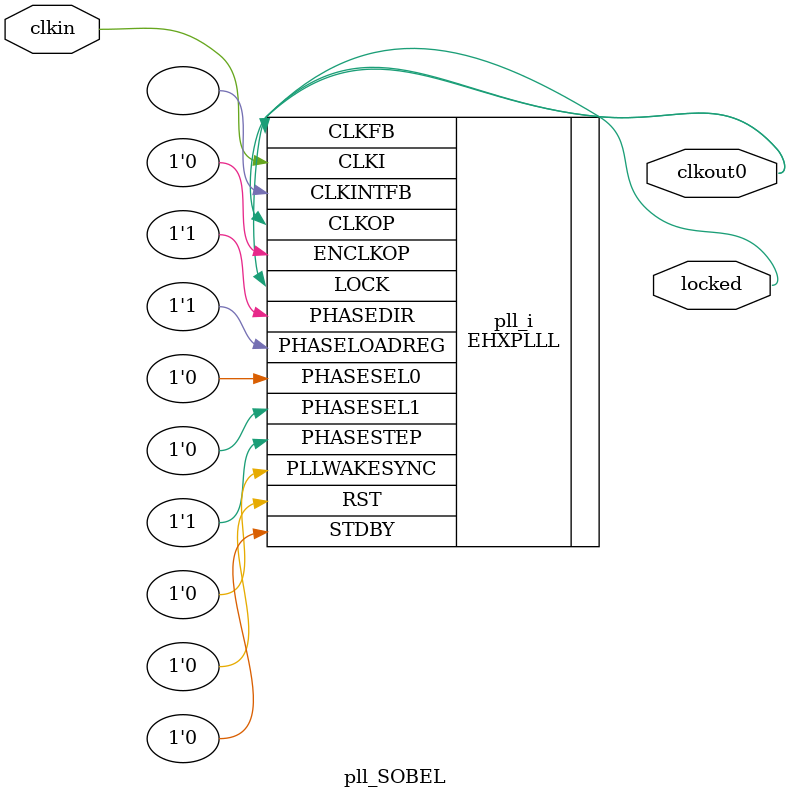
<source format=v>
module pll_SOBEL
(
    input clkin, // 25 MHz, 0 deg
    output clkout0, // 50 MHz, 0 deg
    output locked
);
(* FREQUENCY_PIN_CLKI="25" *)
(* FREQUENCY_PIN_CLKOP="50" *)
(* ICP_CURRENT="12" *) (* LPF_RESISTOR="8" *) (* MFG_ENABLE_FILTEROPAMP="1" *) (* MFG_GMCREF_SEL="2" *)
EHXPLLL #(
        .PLLRST_ENA("DISABLED"),
        .INTFB_WAKE("DISABLED"),
        .STDBY_ENABLE("DISABLED"),
        .DPHASE_SOURCE("DISABLED"),
        .OUTDIVIDER_MUXA("DIVA"),
        .OUTDIVIDER_MUXB("DIVB"),
        .OUTDIVIDER_MUXC("DIVC"),
        .OUTDIVIDER_MUXD("DIVD"),
        .CLKI_DIV(1),
        .CLKOP_ENABLE("ENABLED"),
        .CLKOP_DIV(12),
        .CLKOP_CPHASE(5),
        .CLKOP_FPHASE(0),
        .FEEDBK_PATH("CLKOP"),
        .CLKFB_DIV(2)
    ) pll_i (
        .RST(1'b0),
        .STDBY(1'b0),
        .CLKI(clkin),
        .CLKOP(clkout0),
        .CLKFB(clkout0),
        .CLKINTFB(),
        .PHASESEL0(1'b0),
        .PHASESEL1(1'b0),
        .PHASEDIR(1'b1),
        .PHASESTEP(1'b1),
        .PHASELOADREG(1'b1),
        .PLLWAKESYNC(1'b0),
        .ENCLKOP(1'b0),
        .LOCK(locked)
	);
endmodule

</source>
